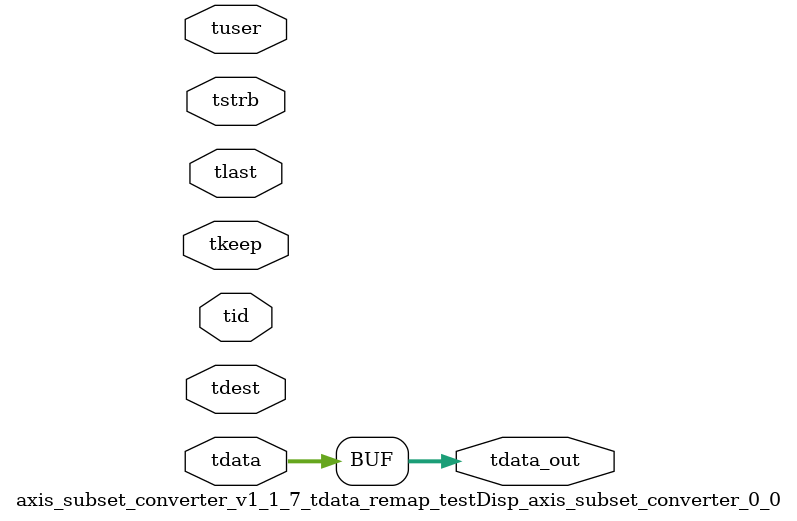
<source format=v>


`timescale 1ps/1ps

module axis_subset_converter_v1_1_7_tdata_remap_testDisp_axis_subset_converter_0_0 #
(
parameter C_S_AXIS_TDATA_WIDTH = 32,
parameter C_S_AXIS_TUSER_WIDTH = 0,
parameter C_S_AXIS_TID_WIDTH   = 0,
parameter C_S_AXIS_TDEST_WIDTH = 0,
parameter C_M_AXIS_TDATA_WIDTH = 32
)
(
input  [(C_S_AXIS_TDATA_WIDTH == 0 ? 1 : C_S_AXIS_TDATA_WIDTH)-1:0     ] tdata,
input  [(C_S_AXIS_TUSER_WIDTH == 0 ? 1 : C_S_AXIS_TUSER_WIDTH)-1:0     ] tuser,
input  [(C_S_AXIS_TID_WIDTH   == 0 ? 1 : C_S_AXIS_TID_WIDTH)-1:0       ] tid,
input  [(C_S_AXIS_TDEST_WIDTH == 0 ? 1 : C_S_AXIS_TDEST_WIDTH)-1:0     ] tdest,
input  [(C_S_AXIS_TDATA_WIDTH/8)-1:0 ] tkeep,
input  [(C_S_AXIS_TDATA_WIDTH/8)-1:0 ] tstrb,
input                                                                    tlast,
output [C_M_AXIS_TDATA_WIDTH-1:0] tdata_out
);

assign tdata_out = {tdata[31:0]};

endmodule


</source>
